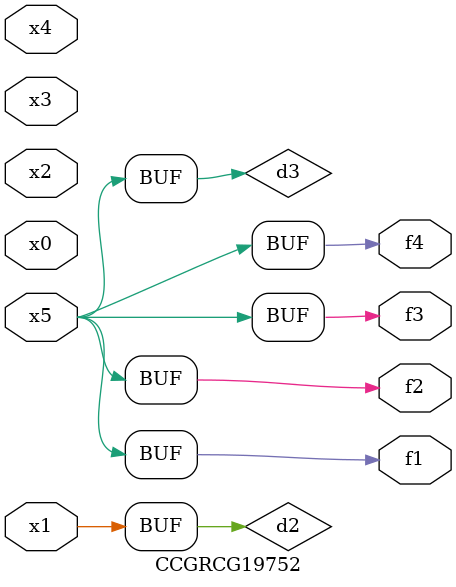
<source format=v>
module CCGRCG19752(
	input x0, x1, x2, x3, x4, x5,
	output f1, f2, f3, f4
);

	wire d1, d2, d3;

	not (d1, x5);
	or (d2, x1);
	xnor (d3, d1);
	assign f1 = d3;
	assign f2 = d3;
	assign f3 = d3;
	assign f4 = d3;
endmodule

</source>
